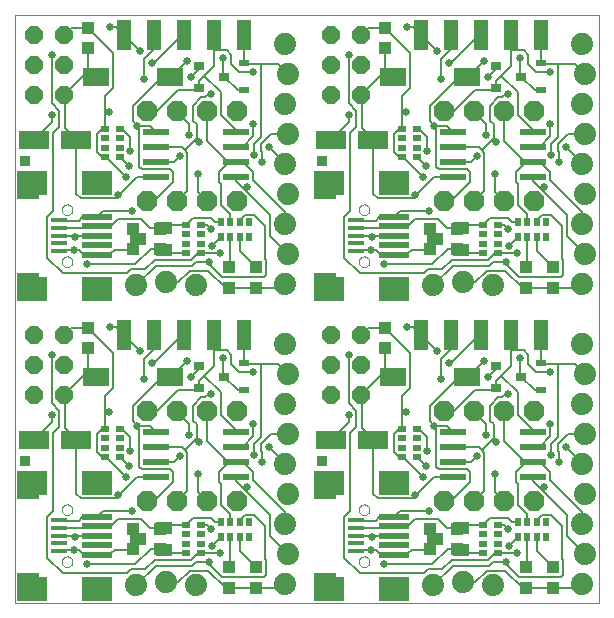
<source format=gtl>
G75*
%MOIN*%
%OFA0B0*%
%FSLAX24Y24*%
%IPPOS*%
%LPD*%
%AMOC8*
5,1,8,0,0,1.08239X$1,22.5*
%
%ADD10C,0.0000*%
%ADD11OC8,0.0680*%
%ADD12R,0.0500X0.1000*%
%ADD13C,0.0740*%
%ADD14R,0.0354X0.0315*%
%ADD15R,0.0327X0.0248*%
%ADD16R,0.0984X0.0197*%
%ADD17R,0.0984X0.0787*%
%ADD18R,0.0551X0.0138*%
%ADD19R,0.0748X0.0709*%
%ADD20R,0.0870X0.0240*%
%ADD21R,0.0551X0.0394*%
%ADD22R,0.0433X0.0394*%
%ADD23R,0.0400X0.0400*%
%ADD24R,0.0394X0.0433*%
%ADD25OC8,0.0600*%
%ADD26R,0.0256X0.0197*%
%ADD27R,0.0197X0.0256*%
%ADD28R,0.0906X0.0630*%
%ADD29R,0.1024X0.0630*%
%ADD30C,0.0080*%
%ADD31C,0.0260*%
%ADD32R,0.0356X0.0356*%
D10*
X000778Y000102D02*
X000778Y019723D01*
X020273Y019723D01*
X020273Y000102D01*
X000778Y000102D01*
X002351Y001485D02*
X002353Y001511D01*
X002359Y001537D01*
X002369Y001562D01*
X002382Y001585D01*
X002398Y001605D01*
X002418Y001623D01*
X002440Y001638D01*
X002463Y001650D01*
X002489Y001658D01*
X002515Y001662D01*
X002541Y001662D01*
X002567Y001658D01*
X002593Y001650D01*
X002617Y001638D01*
X002638Y001623D01*
X002658Y001605D01*
X002674Y001585D01*
X002687Y001562D01*
X002697Y001537D01*
X002703Y001511D01*
X002705Y001485D01*
X002703Y001459D01*
X002697Y001433D01*
X002687Y001408D01*
X002674Y001385D01*
X002658Y001365D01*
X002638Y001347D01*
X002616Y001332D01*
X002593Y001320D01*
X002567Y001312D01*
X002541Y001308D01*
X002515Y001308D01*
X002489Y001312D01*
X002463Y001320D01*
X002439Y001332D01*
X002418Y001347D01*
X002398Y001365D01*
X002382Y001385D01*
X002369Y001408D01*
X002359Y001433D01*
X002353Y001459D01*
X002351Y001485D01*
X002351Y003218D02*
X002353Y003244D01*
X002359Y003270D01*
X002369Y003295D01*
X002382Y003318D01*
X002398Y003338D01*
X002418Y003356D01*
X002440Y003371D01*
X002463Y003383D01*
X002489Y003391D01*
X002515Y003395D01*
X002541Y003395D01*
X002567Y003391D01*
X002593Y003383D01*
X002617Y003371D01*
X002638Y003356D01*
X002658Y003338D01*
X002674Y003318D01*
X002687Y003295D01*
X002697Y003270D01*
X002703Y003244D01*
X002705Y003218D01*
X002703Y003192D01*
X002697Y003166D01*
X002687Y003141D01*
X002674Y003118D01*
X002658Y003098D01*
X002638Y003080D01*
X002616Y003065D01*
X002593Y003053D01*
X002567Y003045D01*
X002541Y003041D01*
X002515Y003041D01*
X002489Y003045D01*
X002463Y003053D01*
X002439Y003065D01*
X002418Y003080D01*
X002398Y003098D01*
X002382Y003118D01*
X002369Y003141D01*
X002359Y003166D01*
X002353Y003192D01*
X002351Y003218D01*
X002351Y011485D02*
X002353Y011511D01*
X002359Y011537D01*
X002369Y011562D01*
X002382Y011585D01*
X002398Y011605D01*
X002418Y011623D01*
X002440Y011638D01*
X002463Y011650D01*
X002489Y011658D01*
X002515Y011662D01*
X002541Y011662D01*
X002567Y011658D01*
X002593Y011650D01*
X002617Y011638D01*
X002638Y011623D01*
X002658Y011605D01*
X002674Y011585D01*
X002687Y011562D01*
X002697Y011537D01*
X002703Y011511D01*
X002705Y011485D01*
X002703Y011459D01*
X002697Y011433D01*
X002687Y011408D01*
X002674Y011385D01*
X002658Y011365D01*
X002638Y011347D01*
X002616Y011332D01*
X002593Y011320D01*
X002567Y011312D01*
X002541Y011308D01*
X002515Y011308D01*
X002489Y011312D01*
X002463Y011320D01*
X002439Y011332D01*
X002418Y011347D01*
X002398Y011365D01*
X002382Y011385D01*
X002369Y011408D01*
X002359Y011433D01*
X002353Y011459D01*
X002351Y011485D01*
X002351Y013218D02*
X002353Y013244D01*
X002359Y013270D01*
X002369Y013295D01*
X002382Y013318D01*
X002398Y013338D01*
X002418Y013356D01*
X002440Y013371D01*
X002463Y013383D01*
X002489Y013391D01*
X002515Y013395D01*
X002541Y013395D01*
X002567Y013391D01*
X002593Y013383D01*
X002617Y013371D01*
X002638Y013356D01*
X002658Y013338D01*
X002674Y013318D01*
X002687Y013295D01*
X002697Y013270D01*
X002703Y013244D01*
X002705Y013218D01*
X002703Y013192D01*
X002697Y013166D01*
X002687Y013141D01*
X002674Y013118D01*
X002658Y013098D01*
X002638Y013080D01*
X002616Y013065D01*
X002593Y013053D01*
X002567Y013045D01*
X002541Y013041D01*
X002515Y013041D01*
X002489Y013045D01*
X002463Y013053D01*
X002439Y013065D01*
X002418Y013080D01*
X002398Y013098D01*
X002382Y013118D01*
X002369Y013141D01*
X002359Y013166D01*
X002353Y013192D01*
X002351Y013218D01*
X012251Y013218D02*
X012253Y013244D01*
X012259Y013270D01*
X012269Y013295D01*
X012282Y013318D01*
X012298Y013338D01*
X012318Y013356D01*
X012340Y013371D01*
X012363Y013383D01*
X012389Y013391D01*
X012415Y013395D01*
X012441Y013395D01*
X012467Y013391D01*
X012493Y013383D01*
X012517Y013371D01*
X012538Y013356D01*
X012558Y013338D01*
X012574Y013318D01*
X012587Y013295D01*
X012597Y013270D01*
X012603Y013244D01*
X012605Y013218D01*
X012603Y013192D01*
X012597Y013166D01*
X012587Y013141D01*
X012574Y013118D01*
X012558Y013098D01*
X012538Y013080D01*
X012516Y013065D01*
X012493Y013053D01*
X012467Y013045D01*
X012441Y013041D01*
X012415Y013041D01*
X012389Y013045D01*
X012363Y013053D01*
X012339Y013065D01*
X012318Y013080D01*
X012298Y013098D01*
X012282Y013118D01*
X012269Y013141D01*
X012259Y013166D01*
X012253Y013192D01*
X012251Y013218D01*
X012251Y011485D02*
X012253Y011511D01*
X012259Y011537D01*
X012269Y011562D01*
X012282Y011585D01*
X012298Y011605D01*
X012318Y011623D01*
X012340Y011638D01*
X012363Y011650D01*
X012389Y011658D01*
X012415Y011662D01*
X012441Y011662D01*
X012467Y011658D01*
X012493Y011650D01*
X012517Y011638D01*
X012538Y011623D01*
X012558Y011605D01*
X012574Y011585D01*
X012587Y011562D01*
X012597Y011537D01*
X012603Y011511D01*
X012605Y011485D01*
X012603Y011459D01*
X012597Y011433D01*
X012587Y011408D01*
X012574Y011385D01*
X012558Y011365D01*
X012538Y011347D01*
X012516Y011332D01*
X012493Y011320D01*
X012467Y011312D01*
X012441Y011308D01*
X012415Y011308D01*
X012389Y011312D01*
X012363Y011320D01*
X012339Y011332D01*
X012318Y011347D01*
X012298Y011365D01*
X012282Y011385D01*
X012269Y011408D01*
X012259Y011433D01*
X012253Y011459D01*
X012251Y011485D01*
X012251Y003218D02*
X012253Y003244D01*
X012259Y003270D01*
X012269Y003295D01*
X012282Y003318D01*
X012298Y003338D01*
X012318Y003356D01*
X012340Y003371D01*
X012363Y003383D01*
X012389Y003391D01*
X012415Y003395D01*
X012441Y003395D01*
X012467Y003391D01*
X012493Y003383D01*
X012517Y003371D01*
X012538Y003356D01*
X012558Y003338D01*
X012574Y003318D01*
X012587Y003295D01*
X012597Y003270D01*
X012603Y003244D01*
X012605Y003218D01*
X012603Y003192D01*
X012597Y003166D01*
X012587Y003141D01*
X012574Y003118D01*
X012558Y003098D01*
X012538Y003080D01*
X012516Y003065D01*
X012493Y003053D01*
X012467Y003045D01*
X012441Y003041D01*
X012415Y003041D01*
X012389Y003045D01*
X012363Y003053D01*
X012339Y003065D01*
X012318Y003080D01*
X012298Y003098D01*
X012282Y003118D01*
X012269Y003141D01*
X012259Y003166D01*
X012253Y003192D01*
X012251Y003218D01*
X012251Y001485D02*
X012253Y001511D01*
X012259Y001537D01*
X012269Y001562D01*
X012282Y001585D01*
X012298Y001605D01*
X012318Y001623D01*
X012340Y001638D01*
X012363Y001650D01*
X012389Y001658D01*
X012415Y001662D01*
X012441Y001662D01*
X012467Y001658D01*
X012493Y001650D01*
X012517Y001638D01*
X012538Y001623D01*
X012558Y001605D01*
X012574Y001585D01*
X012587Y001562D01*
X012597Y001537D01*
X012603Y001511D01*
X012605Y001485D01*
X012603Y001459D01*
X012597Y001433D01*
X012587Y001408D01*
X012574Y001385D01*
X012558Y001365D01*
X012538Y001347D01*
X012516Y001332D01*
X012493Y001320D01*
X012467Y001312D01*
X012441Y001308D01*
X012415Y001308D01*
X012389Y001312D01*
X012363Y001320D01*
X012339Y001332D01*
X012318Y001347D01*
X012298Y001365D01*
X012282Y001385D01*
X012269Y001408D01*
X012259Y001433D01*
X012253Y001459D01*
X012251Y001485D01*
D11*
X015083Y003500D03*
X016083Y003500D03*
X017083Y003500D03*
X018083Y003500D03*
X018083Y006500D03*
X017083Y006500D03*
X016083Y006500D03*
X015083Y006500D03*
X015083Y013500D03*
X016083Y013500D03*
X017083Y013500D03*
X018083Y013500D03*
X018083Y016500D03*
X017083Y016500D03*
X016083Y016500D03*
X015083Y016500D03*
X008183Y016500D03*
X007183Y016500D03*
X006183Y016500D03*
X005183Y016500D03*
X005183Y013500D03*
X006183Y013500D03*
X007183Y013500D03*
X008183Y013500D03*
X008183Y006500D03*
X007183Y006500D03*
X006183Y006500D03*
X005183Y006500D03*
X005183Y003500D03*
X006183Y003500D03*
X007183Y003500D03*
X008183Y003500D03*
D12*
X008428Y009052D03*
X007428Y009052D03*
X006428Y009052D03*
X005428Y009052D03*
X004428Y009052D03*
X004428Y019052D03*
X005428Y019052D03*
X006428Y019052D03*
X007428Y019052D03*
X008428Y019052D03*
X014328Y019052D03*
X015328Y019052D03*
X016328Y019052D03*
X017328Y019052D03*
X018328Y019052D03*
X018328Y009052D03*
X017328Y009052D03*
X016328Y009052D03*
X015328Y009052D03*
X014328Y009052D03*
D13*
X014728Y010702D03*
X015728Y010802D03*
X016728Y010702D03*
X019678Y010752D03*
X019778Y011752D03*
X019678Y012752D03*
X019778Y013752D03*
X019678Y014752D03*
X019778Y015752D03*
X019678Y016752D03*
X019778Y017752D03*
X019678Y018752D03*
X019678Y008752D03*
X019778Y007752D03*
X019678Y006752D03*
X019778Y005752D03*
X019678Y004752D03*
X019778Y003752D03*
X019678Y002752D03*
X019778Y001752D03*
X019678Y000752D03*
X016728Y000702D03*
X015728Y000802D03*
X014728Y000702D03*
X009878Y001752D03*
X009778Y000752D03*
X009778Y002752D03*
X009878Y003752D03*
X009778Y004752D03*
X009878Y005752D03*
X009778Y006752D03*
X009878Y007752D03*
X009778Y008752D03*
X009778Y010752D03*
X009878Y011752D03*
X009778Y012752D03*
X009878Y013752D03*
X009778Y014752D03*
X009878Y015752D03*
X009778Y016752D03*
X009878Y017752D03*
X009778Y018752D03*
X005828Y010802D03*
X006828Y010702D03*
X004828Y010702D03*
X005828Y000802D03*
X006828Y000702D03*
X004828Y000702D03*
D14*
X006934Y007278D03*
X006934Y008026D03*
X007761Y007652D03*
X006934Y017278D03*
X006934Y018026D03*
X007761Y017652D03*
X016834Y018026D03*
X016834Y017278D03*
X017661Y017652D03*
X016834Y008026D03*
X016834Y007278D03*
X017661Y007652D03*
D15*
X018328Y008104D03*
X018328Y007199D03*
X018328Y017199D03*
X018328Y018104D03*
X008428Y018104D03*
X008428Y017199D03*
X008428Y008104D03*
X008428Y007199D03*
D16*
X003512Y002981D03*
X003512Y002667D03*
X003512Y002352D03*
X003512Y002037D03*
X003512Y001722D03*
X003512Y011722D03*
X003512Y012037D03*
X003512Y012352D03*
X003512Y012667D03*
X003512Y012981D03*
X013412Y012981D03*
X013412Y012667D03*
X013412Y012352D03*
X013412Y012037D03*
X013412Y011722D03*
X013412Y002981D03*
X013412Y002667D03*
X013412Y002352D03*
X013412Y002037D03*
X013412Y001722D03*
D17*
X013412Y000580D03*
X011246Y000580D03*
X011246Y004123D03*
X013412Y004123D03*
X013412Y010580D03*
X011246Y010580D03*
X011246Y014123D03*
X013412Y014123D03*
X003512Y014123D03*
X001346Y014123D03*
X001346Y010580D03*
X003512Y010580D03*
X003512Y004123D03*
X001346Y004123D03*
X001346Y000580D03*
X003512Y000580D03*
D18*
X002271Y001840D03*
X002271Y002096D03*
X002271Y002352D03*
X002271Y002607D03*
X002271Y002863D03*
X002271Y011840D03*
X002271Y012096D03*
X002271Y012352D03*
X002271Y012607D03*
X002271Y012863D03*
X012171Y012863D03*
X012171Y012607D03*
X012171Y012352D03*
X012171Y012096D03*
X012171Y011840D03*
X012171Y002863D03*
X012171Y002607D03*
X012171Y002352D03*
X012171Y002096D03*
X012171Y001840D03*
D19*
X011128Y000777D03*
X011128Y003926D03*
X011128Y010777D03*
X011128Y013926D03*
X001228Y013926D03*
X001228Y010777D03*
X001228Y003926D03*
X001228Y000777D03*
D20*
X005498Y004302D03*
X005498Y004802D03*
X005498Y005302D03*
X005498Y005802D03*
X008148Y005802D03*
X008148Y005302D03*
X008148Y004802D03*
X008148Y004302D03*
X015398Y004302D03*
X015398Y004802D03*
X015398Y005302D03*
X015398Y005802D03*
X018048Y005802D03*
X018048Y005302D03*
X018048Y004802D03*
X018048Y004302D03*
X018048Y014302D03*
X018048Y014802D03*
X018048Y015302D03*
X018048Y015802D03*
X015398Y015802D03*
X015398Y015302D03*
X015398Y014802D03*
X015398Y014302D03*
X008148Y014302D03*
X008148Y014802D03*
X008148Y015302D03*
X008148Y015802D03*
X005498Y015802D03*
X005498Y015302D03*
X005498Y014802D03*
X005498Y014302D03*
D21*
X005761Y012626D03*
X005761Y011878D03*
X004894Y012252D03*
X005761Y002626D03*
X005761Y001878D03*
X004894Y002252D03*
X014794Y002252D03*
X015661Y002626D03*
X015661Y001878D03*
X015661Y011878D03*
X015661Y012626D03*
X014794Y012252D03*
D22*
X014628Y011917D03*
X014628Y012586D03*
X015528Y012586D03*
X015528Y011917D03*
X015528Y002586D03*
X015528Y001917D03*
X014628Y001917D03*
X014628Y002586D03*
X005628Y002586D03*
X005628Y001917D03*
X004728Y001917D03*
X004728Y002586D03*
X004728Y011917D03*
X004728Y012586D03*
X005628Y012586D03*
X005628Y011917D03*
D23*
X007928Y011302D03*
X007928Y010602D03*
X008828Y010602D03*
X008828Y011302D03*
X017828Y011302D03*
X017828Y010602D03*
X018728Y010602D03*
X018728Y011302D03*
X018728Y001302D03*
X018728Y000602D03*
X017828Y000602D03*
X017828Y001302D03*
X008828Y001302D03*
X008828Y000602D03*
X007928Y000602D03*
X007928Y001302D03*
D24*
X003228Y008617D03*
X003228Y009286D03*
X003228Y018617D03*
X003228Y019286D03*
X013128Y019286D03*
X013128Y018617D03*
X013128Y009286D03*
X013128Y008617D03*
D25*
X012328Y009052D03*
X012328Y008052D03*
X012328Y007052D03*
X011328Y007052D03*
X011328Y008052D03*
X011328Y009052D03*
X011328Y017052D03*
X011328Y018052D03*
X011328Y019052D03*
X012328Y019052D03*
X012328Y018052D03*
X012328Y017052D03*
X002428Y017052D03*
X002428Y018052D03*
X002428Y019052D03*
X001428Y019052D03*
X001428Y018052D03*
X001428Y017052D03*
X001428Y009052D03*
X002428Y009052D03*
X002428Y008052D03*
X002428Y007052D03*
X001428Y007052D03*
X001428Y008052D03*
D26*
X003781Y005924D03*
X003781Y005609D03*
X003781Y005294D03*
X003781Y004979D03*
X004274Y004979D03*
X004274Y005294D03*
X004274Y005609D03*
X004274Y005924D03*
X006481Y002724D03*
X006481Y002409D03*
X006481Y002094D03*
X006481Y001779D03*
X006974Y001779D03*
X006974Y002094D03*
X006974Y002409D03*
X006974Y002724D03*
X013681Y004979D03*
X013681Y005294D03*
X013681Y005609D03*
X013681Y005924D03*
X014174Y005924D03*
X014174Y005609D03*
X014174Y005294D03*
X014174Y004979D03*
X016381Y002724D03*
X016381Y002409D03*
X016381Y002094D03*
X016381Y001779D03*
X016874Y001779D03*
X016874Y002094D03*
X016874Y002409D03*
X016874Y002724D03*
X016874Y011779D03*
X016874Y012094D03*
X016874Y012409D03*
X016874Y012724D03*
X016381Y012724D03*
X016381Y012409D03*
X016381Y012094D03*
X016381Y011779D03*
X014174Y014979D03*
X014174Y015294D03*
X014174Y015609D03*
X014174Y015924D03*
X013681Y015924D03*
X013681Y015609D03*
X013681Y015294D03*
X013681Y014979D03*
X006974Y012724D03*
X006974Y012409D03*
X006974Y012094D03*
X006974Y011779D03*
X006481Y011779D03*
X006481Y012094D03*
X006481Y012409D03*
X006481Y012724D03*
X004274Y014979D03*
X004274Y015294D03*
X004274Y015609D03*
X004274Y015924D03*
X003781Y015924D03*
X003781Y015609D03*
X003781Y015294D03*
X003781Y014979D03*
D27*
X007655Y012798D03*
X007970Y012798D03*
X008285Y012798D03*
X008600Y012798D03*
X008600Y012306D03*
X008285Y012306D03*
X007970Y012306D03*
X007655Y012306D03*
X007655Y002798D03*
X007970Y002798D03*
X008285Y002798D03*
X008600Y002798D03*
X008600Y002306D03*
X008285Y002306D03*
X007970Y002306D03*
X007655Y002306D03*
X017555Y002306D03*
X017870Y002306D03*
X018185Y002306D03*
X018500Y002306D03*
X018500Y002798D03*
X018185Y002798D03*
X017870Y002798D03*
X017555Y002798D03*
X017555Y012306D03*
X017870Y012306D03*
X018185Y012306D03*
X018500Y012306D03*
X018500Y012798D03*
X018185Y012798D03*
X017870Y012798D03*
X017555Y012798D03*
D28*
X015868Y017652D03*
X013387Y017652D03*
X005968Y017652D03*
X003487Y017652D03*
X003487Y007652D03*
X005968Y007652D03*
X013387Y007652D03*
X015868Y007652D03*
D29*
X012736Y005552D03*
X011319Y005552D03*
X002836Y005552D03*
X001419Y005552D03*
X001419Y015552D03*
X002836Y015552D03*
X011319Y015552D03*
X012736Y015552D03*
D30*
X012718Y015582D01*
X012348Y015952D01*
X012348Y017022D01*
X012328Y017052D01*
X013128Y017852D01*
X013387Y017652D01*
X013378Y017652D01*
X013128Y017902D01*
X013128Y018617D01*
X013148Y019252D02*
X013128Y019286D01*
X013128Y019282D01*
X012558Y019282D01*
X012328Y019052D01*
X011908Y018372D02*
X011908Y016762D01*
X012168Y016502D01*
X012168Y015982D01*
X011958Y015772D01*
X011958Y013172D01*
X011768Y012982D01*
X011768Y011622D01*
X012278Y011112D01*
X014438Y011112D01*
X014568Y011242D01*
X015038Y011242D01*
X015348Y011552D01*
X016558Y011552D01*
X016778Y011772D01*
X016838Y011772D01*
X016874Y011779D01*
X016878Y011772D01*
X017148Y011772D01*
X017158Y011762D01*
X017518Y011762D01*
X017538Y011782D01*
X017268Y012022D02*
X017548Y012302D01*
X017555Y012306D01*
X017868Y012302D02*
X017870Y012306D01*
X017868Y012302D02*
X017868Y011342D01*
X017828Y011302D01*
X017578Y010982D02*
X017098Y011462D01*
X017168Y011492D01*
X016728Y011492D01*
X016588Y011352D01*
X015378Y011352D01*
X014728Y010702D01*
X014698Y011402D02*
X013088Y011402D01*
X012948Y011732D02*
X012818Y011862D01*
X012668Y011862D01*
X012348Y011862D01*
X012328Y011842D01*
X012178Y011842D01*
X012171Y011840D01*
X012171Y012352D02*
X012698Y012352D01*
X012698Y012322D01*
X012698Y012352D02*
X013412Y012352D01*
X013358Y012612D02*
X013408Y012662D01*
X013412Y012667D01*
X013448Y012682D01*
X013878Y012682D01*
X014108Y012912D01*
X014888Y012912D01*
X015188Y012612D01*
X015498Y012612D01*
X015528Y012586D01*
X015528Y012592D01*
X015638Y012592D01*
X015661Y012626D01*
X015668Y012632D01*
X015758Y012722D01*
X016378Y012722D01*
X016381Y012724D01*
X016418Y012742D01*
X016628Y012952D01*
X017208Y012952D01*
X017358Y012802D01*
X017548Y012802D01*
X017555Y012798D01*
X017868Y012802D02*
X017868Y013062D01*
X017548Y013382D01*
X017548Y014072D01*
X017488Y014132D01*
X017488Y014472D01*
X017818Y014802D01*
X018048Y014802D01*
X018278Y014802D01*
X018608Y014472D01*
X018608Y014222D01*
X019678Y013152D01*
X019678Y012752D01*
X019188Y013052D02*
X019188Y012342D01*
X019778Y011752D01*
X019048Y011552D02*
X019048Y011052D01*
X018978Y010982D01*
X017578Y010982D01*
X017708Y010622D02*
X017798Y010622D01*
X017828Y010602D01*
X018728Y010602D01*
X018758Y010622D01*
X019548Y010622D01*
X019678Y010752D01*
X019048Y011552D02*
X019028Y011572D01*
X019028Y012672D01*
X018648Y013052D01*
X018358Y013052D01*
X018188Y012882D01*
X018188Y012802D01*
X018185Y012798D01*
X017870Y012798D02*
X017868Y012802D01*
X018185Y012306D02*
X018188Y012302D01*
X018188Y011842D01*
X018728Y011302D01*
X017708Y010622D02*
X017138Y011192D01*
X016518Y011192D01*
X016128Y010802D01*
X015728Y010802D01*
X015758Y011782D02*
X015668Y011872D01*
X015528Y011917D01*
X015658Y011882D01*
X015661Y011878D01*
X015488Y011912D01*
X015208Y011912D01*
X014698Y011402D01*
X014598Y011892D02*
X014628Y011917D01*
X014628Y012092D01*
X014788Y012252D01*
X014794Y012252D01*
X014628Y012142D01*
X014628Y012586D01*
X014598Y013172D02*
X013608Y013172D01*
X013418Y012982D01*
X013412Y012981D01*
X013378Y012962D01*
X012938Y012962D01*
X012818Y012842D01*
X012348Y012842D01*
X012328Y012862D01*
X012178Y012862D01*
X012171Y012863D01*
X012178Y012612D02*
X012171Y012607D01*
X012178Y012612D02*
X013358Y012612D01*
X014028Y011892D02*
X013898Y011762D01*
X013438Y011762D01*
X013412Y011722D01*
X013408Y011732D01*
X012948Y011732D01*
X014028Y011892D02*
X014598Y011892D01*
X015758Y011782D02*
X016378Y011782D01*
X016381Y011779D01*
X016878Y012722D02*
X016874Y012724D01*
X016878Y012722D02*
X017078Y012722D01*
X017228Y012572D01*
X017083Y013500D02*
X017078Y013502D01*
X016778Y013802D01*
X016778Y014402D01*
X016438Y013852D02*
X016088Y013502D01*
X016083Y013500D01*
X016438Y013852D02*
X016438Y015112D01*
X016343Y015207D01*
X016713Y015577D01*
X016828Y015462D01*
X016713Y015577D02*
X016748Y015612D01*
X016748Y016062D01*
X016618Y016192D01*
X016618Y016692D01*
X016888Y016962D01*
X017028Y016962D01*
X017148Y017082D01*
X017238Y017082D01*
X017548Y017142D02*
X017003Y017687D01*
X016838Y017522D01*
X016838Y017282D01*
X016834Y017278D01*
X016798Y017262D01*
X016748Y017212D01*
X016138Y017212D01*
X015428Y016502D01*
X015088Y016502D01*
X015083Y016500D01*
X015178Y016022D02*
X014748Y016022D01*
X014838Y015992D01*
X014838Y014632D01*
X014908Y014562D01*
X015868Y014562D01*
X015958Y014472D01*
X015958Y014132D01*
X015328Y013502D01*
X015088Y013502D01*
X015083Y013500D01*
X015398Y014302D02*
X014758Y014302D01*
X014153Y013697D01*
X014128Y013722D01*
X014153Y013697D02*
X014058Y013602D01*
X012878Y013602D01*
X012738Y013742D01*
X012738Y015552D01*
X012736Y015552D01*
X013428Y015752D02*
X013428Y015152D01*
X013598Y014982D01*
X013678Y014982D01*
X013681Y014979D01*
X013718Y014972D01*
X014388Y014302D01*
X014488Y014662D02*
X014178Y014972D01*
X014174Y014979D01*
X014528Y015182D02*
X014528Y015652D01*
X014258Y015922D01*
X014178Y015922D01*
X014174Y015924D01*
X013688Y015962D02*
X013688Y016482D01*
X013808Y016482D01*
X013688Y016482D02*
X013688Y017012D01*
X013968Y017292D01*
X013968Y018432D01*
X013148Y019252D01*
X013858Y019312D02*
X014058Y019312D01*
X014298Y019072D01*
X014328Y019052D01*
X014858Y018522D01*
X014998Y018232D02*
X014998Y017592D01*
X015258Y018122D02*
X015318Y018122D01*
X016248Y019052D01*
X016328Y019052D01*
X016428Y018182D02*
X015908Y017662D01*
X015868Y017652D01*
X015578Y017652D01*
X014618Y016692D01*
X014618Y016162D01*
X014728Y016052D01*
X014748Y016022D01*
X015178Y016022D02*
X015398Y015802D01*
X015398Y015302D02*
X016248Y015302D01*
X016343Y015207D01*
X016178Y015002D02*
X015978Y014802D01*
X015398Y014802D01*
X016488Y015722D02*
X016488Y016092D01*
X016088Y016492D01*
X016083Y016500D01*
X017083Y016500D02*
X017088Y016492D01*
X017088Y015522D01*
X017788Y014822D01*
X018048Y014802D01*
X018048Y015302D02*
X018278Y015302D01*
X018638Y015662D01*
X018638Y016082D01*
X018898Y015642D02*
X018668Y015412D01*
X018668Y015052D01*
X018898Y015192D02*
X018898Y015412D01*
X019238Y015752D01*
X019778Y015752D01*
X019158Y015302D02*
X019678Y014782D01*
X019678Y014752D01*
X018928Y014802D02*
X018928Y015162D01*
X018898Y015192D01*
X018898Y015642D02*
X018898Y018082D01*
X018358Y018082D01*
X018328Y018104D01*
X018328Y019052D01*
X017748Y018532D02*
X017328Y018532D01*
X017328Y018012D01*
X017003Y017687D01*
X016828Y017922D02*
X016558Y017652D01*
X016828Y017922D02*
X016828Y018022D01*
X016834Y018026D01*
X017328Y018532D02*
X017328Y019052D01*
X017748Y018532D02*
X017898Y018382D01*
X017898Y018072D01*
X018158Y017812D01*
X018638Y017812D01*
X018898Y018082D02*
X019448Y018082D01*
X019778Y017752D01*
X018328Y017202D02*
X018328Y017199D01*
X018328Y017202D02*
X018118Y017202D01*
X017668Y017652D01*
X017661Y017652D01*
X017638Y017682D01*
X017638Y018272D01*
X017548Y017142D02*
X017548Y016382D01*
X018048Y015882D01*
X018048Y015802D01*
X018048Y014302D02*
X018048Y014192D01*
X018353Y013887D01*
X018418Y013952D01*
X018418Y013962D01*
X018353Y013887D02*
X019188Y013052D01*
X018328Y009052D02*
X018328Y008104D01*
X018358Y008082D01*
X018898Y008082D01*
X018898Y005642D01*
X018668Y005412D01*
X018668Y005052D01*
X018898Y005192D02*
X018928Y005162D01*
X018928Y004802D01*
X018898Y005192D02*
X018898Y005412D01*
X019238Y005752D01*
X019778Y005752D01*
X019158Y005302D02*
X019678Y004782D01*
X019678Y004752D01*
X018608Y004472D02*
X018608Y004222D01*
X019678Y003152D01*
X019678Y002752D01*
X019188Y003052D02*
X019188Y002342D01*
X019778Y001752D01*
X019048Y001552D02*
X019048Y001052D01*
X018978Y000982D01*
X017578Y000982D01*
X017098Y001462D01*
X017168Y001492D01*
X016728Y001492D01*
X016588Y001352D01*
X015378Y001352D01*
X014728Y000702D01*
X014438Y001112D02*
X014568Y001242D01*
X015038Y001242D01*
X015348Y001552D01*
X016558Y001552D01*
X016778Y001772D01*
X016838Y001772D01*
X016874Y001779D01*
X016878Y001772D01*
X017148Y001772D01*
X017158Y001762D01*
X017518Y001762D01*
X017538Y001782D01*
X017268Y002022D02*
X017548Y002302D01*
X017555Y002306D01*
X017868Y002302D02*
X017870Y002306D01*
X017868Y002302D02*
X017868Y001342D01*
X017828Y001302D01*
X018188Y001842D02*
X018728Y001302D01*
X019028Y001572D02*
X019048Y001552D01*
X019028Y001572D02*
X019028Y002672D01*
X018648Y003052D01*
X018358Y003052D01*
X018188Y002882D01*
X018188Y002802D01*
X018185Y002798D01*
X017870Y002798D02*
X017868Y002802D01*
X017868Y003062D01*
X017548Y003382D01*
X017548Y004072D01*
X017488Y004132D01*
X017488Y004472D01*
X017818Y004802D01*
X018048Y004802D01*
X018278Y004802D01*
X018608Y004472D01*
X018418Y003962D02*
X018418Y003952D01*
X018353Y003887D01*
X018048Y004192D01*
X018048Y004302D01*
X018048Y004802D02*
X017788Y004822D01*
X017088Y005522D01*
X017088Y006492D01*
X017083Y006500D01*
X016748Y006062D02*
X016748Y005612D01*
X016713Y005577D01*
X016828Y005462D01*
X016713Y005577D02*
X016343Y005207D01*
X016248Y005302D01*
X015398Y005302D01*
X015398Y005802D02*
X015178Y006022D01*
X014748Y006022D01*
X014838Y005992D01*
X014838Y004632D01*
X014908Y004562D01*
X015868Y004562D01*
X015958Y004472D01*
X015958Y004132D01*
X015328Y003502D01*
X015088Y003502D01*
X015083Y003500D01*
X014598Y003172D02*
X013608Y003172D01*
X013418Y002982D01*
X013412Y002981D01*
X013378Y002962D01*
X012938Y002962D01*
X012818Y002842D01*
X012348Y002842D01*
X012328Y002862D01*
X012178Y002862D01*
X012171Y002863D01*
X012178Y002612D02*
X012171Y002607D01*
X012178Y002612D02*
X013358Y002612D01*
X013408Y002662D01*
X013412Y002667D01*
X013448Y002682D01*
X013878Y002682D01*
X014108Y002912D01*
X014888Y002912D01*
X015188Y002612D01*
X015498Y002612D01*
X015528Y002586D01*
X015528Y002592D01*
X015638Y002592D01*
X015661Y002626D01*
X015668Y002632D01*
X015758Y002722D01*
X016378Y002722D01*
X016381Y002724D01*
X016418Y002742D01*
X016628Y002952D01*
X017208Y002952D01*
X017358Y002802D01*
X017548Y002802D01*
X017555Y002798D01*
X017228Y002572D02*
X017078Y002722D01*
X016878Y002722D01*
X016874Y002724D01*
X017083Y003500D02*
X017078Y003502D01*
X016778Y003802D01*
X016778Y004402D01*
X016438Y003852D02*
X016088Y003502D01*
X016083Y003500D01*
X016438Y003852D02*
X016438Y005112D01*
X016343Y005207D01*
X016178Y005002D02*
X015978Y004802D01*
X015398Y004802D01*
X015398Y004302D02*
X014758Y004302D01*
X014153Y003697D01*
X014128Y003722D01*
X014153Y003697D02*
X014058Y003602D01*
X012878Y003602D01*
X012738Y003742D01*
X012738Y005552D01*
X012736Y005552D01*
X012718Y005582D01*
X012348Y005952D01*
X012348Y007022D01*
X012328Y007052D01*
X013128Y007852D01*
X013387Y007652D01*
X013378Y007652D01*
X013128Y007902D01*
X013128Y008617D01*
X013148Y009252D02*
X013128Y009286D01*
X013128Y009282D01*
X012558Y009282D01*
X012328Y009052D01*
X011908Y008372D02*
X011908Y006762D01*
X012168Y006502D01*
X012168Y005982D01*
X011958Y005772D01*
X011958Y003172D01*
X011768Y002982D01*
X011768Y001622D01*
X012278Y001112D01*
X014438Y001112D01*
X014698Y001402D02*
X013088Y001402D01*
X012948Y001732D02*
X013408Y001732D01*
X013412Y001722D01*
X013438Y001762D01*
X013898Y001762D01*
X014028Y001892D01*
X014598Y001892D01*
X014628Y001917D01*
X014628Y002092D01*
X014788Y002252D01*
X014794Y002252D01*
X014628Y002142D01*
X014628Y002586D01*
X015208Y001912D02*
X014698Y001402D01*
X015208Y001912D02*
X015488Y001912D01*
X015661Y001878D01*
X015658Y001882D01*
X015528Y001917D01*
X015668Y001872D01*
X015758Y001782D01*
X016378Y001782D01*
X016381Y001779D01*
X016518Y001192D02*
X017138Y001192D01*
X017708Y000622D01*
X017798Y000622D01*
X017828Y000602D01*
X018728Y000602D01*
X018758Y000622D01*
X019548Y000622D01*
X019678Y000752D01*
X018188Y001842D02*
X018188Y002302D01*
X018185Y002306D01*
X019188Y003052D02*
X018353Y003887D01*
X018278Y005302D02*
X018048Y005302D01*
X018278Y005302D02*
X018638Y005662D01*
X018638Y006082D01*
X018048Y005882D02*
X018048Y005802D01*
X018048Y005882D02*
X017548Y006382D01*
X017548Y007142D01*
X017003Y007687D01*
X016838Y007522D01*
X016838Y007282D01*
X016834Y007278D01*
X016798Y007262D01*
X016748Y007212D01*
X016138Y007212D01*
X015428Y006502D01*
X015088Y006502D01*
X015083Y006500D01*
X014618Y006692D02*
X014618Y006162D01*
X014728Y006052D01*
X014748Y006022D01*
X014528Y005652D02*
X014528Y005182D01*
X014178Y004972D02*
X014174Y004979D01*
X014178Y004972D02*
X014488Y004662D01*
X014388Y004302D02*
X013718Y004972D01*
X013681Y004979D01*
X013678Y004982D01*
X013598Y004982D01*
X013428Y005152D01*
X013428Y005752D01*
X013598Y005922D01*
X013678Y005922D01*
X013681Y005924D01*
X013688Y005962D01*
X013688Y006482D01*
X013808Y006482D01*
X013688Y006482D02*
X013688Y007012D01*
X013968Y007292D01*
X013968Y008432D01*
X013148Y009252D01*
X013858Y009312D02*
X014058Y009312D01*
X014298Y009072D01*
X014328Y009052D01*
X014858Y008522D01*
X014998Y008232D02*
X014998Y007592D01*
X015578Y007652D02*
X014618Y006692D01*
X014258Y005922D02*
X014528Y005652D01*
X014258Y005922D02*
X014178Y005922D01*
X014174Y005924D01*
X015578Y007652D02*
X015868Y007652D01*
X015908Y007662D01*
X016428Y008182D01*
X016828Y008022D02*
X016834Y008026D01*
X016828Y008022D02*
X016828Y007922D01*
X016558Y007652D01*
X017003Y007687D02*
X017328Y008012D01*
X017328Y008532D01*
X017748Y008532D01*
X017898Y008382D01*
X017898Y008072D01*
X018158Y007812D01*
X018638Y007812D01*
X018898Y008082D02*
X019448Y008082D01*
X019778Y007752D01*
X018328Y007202D02*
X018328Y007199D01*
X018328Y007202D02*
X018118Y007202D01*
X017668Y007652D01*
X017661Y007652D01*
X017638Y007682D01*
X017638Y008272D01*
X017328Y008532D02*
X017328Y009052D01*
X016328Y009052D02*
X016248Y009052D01*
X015318Y008122D01*
X015258Y008122D01*
X014998Y008232D02*
X015328Y008562D01*
X015328Y009052D01*
X016888Y006962D02*
X016618Y006692D01*
X016618Y006192D01*
X016748Y006062D01*
X016488Y006092D02*
X016488Y005722D01*
X016488Y006092D02*
X016088Y006492D01*
X016083Y006500D01*
X016888Y006962D02*
X017028Y006962D01*
X017148Y007082D01*
X017238Y007082D01*
X013412Y002352D02*
X012698Y002352D01*
X012698Y002322D01*
X012698Y002352D02*
X012171Y002352D01*
X012178Y001842D02*
X012171Y001840D01*
X012178Y001842D02*
X012328Y001842D01*
X012348Y001862D01*
X012668Y001862D01*
X012818Y001862D01*
X012948Y001732D01*
X015728Y000802D02*
X016128Y000802D01*
X016518Y001192D01*
X011908Y006132D02*
X011908Y006392D01*
X011908Y006132D02*
X011328Y005552D01*
X011319Y005552D01*
X009878Y005752D02*
X009338Y005752D01*
X008998Y005412D01*
X008998Y005192D01*
X009028Y005162D01*
X009028Y004802D01*
X008768Y005052D02*
X008768Y005412D01*
X008998Y005642D01*
X008998Y008082D01*
X008458Y008082D01*
X008428Y008104D01*
X008428Y009052D01*
X007848Y008532D02*
X007998Y008382D01*
X007998Y008072D01*
X008258Y007812D01*
X008738Y007812D01*
X008998Y008082D02*
X009548Y008082D01*
X009878Y007752D01*
X008428Y007202D02*
X008428Y007199D01*
X008428Y007202D02*
X008218Y007202D01*
X007768Y007652D01*
X007761Y007652D01*
X007738Y007682D01*
X007738Y008272D01*
X007428Y008532D02*
X007428Y008012D01*
X007103Y007687D01*
X007648Y007142D01*
X007648Y006382D01*
X008148Y005882D01*
X008148Y005802D01*
X008148Y005302D02*
X008378Y005302D01*
X008738Y005662D01*
X008738Y006082D01*
X009258Y005302D02*
X009778Y004782D01*
X009778Y004752D01*
X008708Y004472D02*
X008708Y004222D01*
X009778Y003152D01*
X009778Y002752D01*
X009288Y003052D02*
X009288Y002342D01*
X009878Y001752D01*
X009148Y001552D02*
X009148Y001052D01*
X009078Y000982D01*
X007678Y000982D01*
X007198Y001462D01*
X007268Y001492D01*
X006828Y001492D01*
X006688Y001352D01*
X005478Y001352D01*
X004828Y000702D01*
X004538Y001112D02*
X004668Y001242D01*
X005138Y001242D01*
X005448Y001552D01*
X006658Y001552D01*
X006878Y001772D01*
X006938Y001772D01*
X006974Y001779D01*
X006978Y001772D01*
X007248Y001772D01*
X007258Y001762D01*
X007618Y001762D01*
X007638Y001782D01*
X007368Y002022D02*
X007648Y002302D01*
X007655Y002306D01*
X007968Y002302D02*
X007970Y002306D01*
X007968Y002302D02*
X007968Y001342D01*
X007928Y001302D01*
X008288Y001842D02*
X008828Y001302D01*
X009128Y001572D02*
X009148Y001552D01*
X009128Y001572D02*
X009128Y002672D01*
X008748Y003052D01*
X008458Y003052D01*
X008288Y002882D01*
X008288Y002802D01*
X008285Y002798D01*
X007970Y002798D02*
X007968Y002802D01*
X007968Y003062D01*
X007648Y003382D01*
X007648Y004072D01*
X007588Y004132D01*
X007588Y004472D01*
X007918Y004802D01*
X008148Y004802D01*
X008378Y004802D01*
X008708Y004472D01*
X008518Y003962D02*
X008518Y003952D01*
X008453Y003887D01*
X008148Y004192D01*
X008148Y004302D01*
X008148Y004802D02*
X007888Y004822D01*
X007188Y005522D01*
X007188Y006492D01*
X007183Y006500D01*
X006848Y006062D02*
X006848Y005612D01*
X006813Y005577D01*
X006928Y005462D01*
X006813Y005577D02*
X006443Y005207D01*
X006348Y005302D01*
X005498Y005302D01*
X005498Y005802D02*
X005278Y006022D01*
X004848Y006022D01*
X004938Y005992D01*
X004938Y004632D01*
X005008Y004562D01*
X005968Y004562D01*
X006058Y004472D01*
X006058Y004132D01*
X005428Y003502D01*
X005188Y003502D01*
X005183Y003500D01*
X004698Y003172D02*
X003708Y003172D01*
X003518Y002982D01*
X003512Y002981D01*
X003478Y002962D01*
X003038Y002962D01*
X002918Y002842D01*
X002448Y002842D01*
X002428Y002862D01*
X002278Y002862D01*
X002271Y002863D01*
X002278Y002612D02*
X002271Y002607D01*
X002278Y002612D02*
X003458Y002612D01*
X003508Y002662D01*
X003512Y002667D01*
X003548Y002682D01*
X003978Y002682D01*
X004208Y002912D01*
X004988Y002912D01*
X005288Y002612D01*
X005598Y002612D01*
X005628Y002586D01*
X005628Y002592D01*
X005738Y002592D01*
X005761Y002626D01*
X005768Y002632D01*
X005858Y002722D01*
X006478Y002722D01*
X006481Y002724D01*
X006518Y002742D01*
X006728Y002952D01*
X007308Y002952D01*
X007458Y002802D01*
X007648Y002802D01*
X007655Y002798D01*
X007328Y002572D02*
X007178Y002722D01*
X006978Y002722D01*
X006974Y002724D01*
X007183Y003500D02*
X007178Y003502D01*
X006878Y003802D01*
X006878Y004402D01*
X006538Y003852D02*
X006188Y003502D01*
X006183Y003500D01*
X006538Y003852D02*
X006538Y005112D01*
X006443Y005207D01*
X006278Y005002D02*
X006078Y004802D01*
X005498Y004802D01*
X005498Y004302D02*
X004858Y004302D01*
X004253Y003697D01*
X004228Y003722D01*
X004253Y003697D02*
X004158Y003602D01*
X002978Y003602D01*
X002838Y003742D01*
X002838Y005552D01*
X002836Y005552D01*
X002818Y005582D01*
X002448Y005952D01*
X002448Y007022D01*
X002428Y007052D01*
X003228Y007852D01*
X003487Y007652D01*
X003478Y007652D01*
X003228Y007902D01*
X003228Y008617D01*
X003248Y009252D02*
X003228Y009286D01*
X003228Y009282D01*
X002658Y009282D01*
X002428Y009052D01*
X002008Y008372D02*
X002008Y006762D01*
X002268Y006502D01*
X002268Y005982D01*
X002058Y005772D01*
X002058Y003172D01*
X001868Y002982D01*
X001868Y001622D01*
X002378Y001112D01*
X004538Y001112D01*
X004798Y001402D02*
X003188Y001402D01*
X003048Y001732D02*
X003508Y001732D01*
X003512Y001722D01*
X003538Y001762D01*
X003998Y001762D01*
X004128Y001892D01*
X004698Y001892D01*
X004728Y001917D01*
X004728Y002092D01*
X004888Y002252D01*
X004894Y002252D01*
X004728Y002142D01*
X004728Y002586D01*
X005308Y001912D02*
X004798Y001402D01*
X005308Y001912D02*
X005588Y001912D01*
X005761Y001878D01*
X005758Y001882D01*
X005628Y001917D01*
X005768Y001872D01*
X005858Y001782D01*
X006478Y001782D01*
X006481Y001779D01*
X006618Y001192D02*
X007238Y001192D01*
X007808Y000622D01*
X007898Y000622D01*
X007928Y000602D01*
X008828Y000602D01*
X008858Y000622D01*
X009648Y000622D01*
X009778Y000752D01*
X008288Y001842D02*
X008288Y002302D01*
X008285Y002306D01*
X009288Y003052D02*
X008453Y003887D01*
X006588Y005722D02*
X006588Y006092D01*
X006188Y006492D01*
X006183Y006500D01*
X006718Y006692D02*
X006718Y006192D01*
X006848Y006062D01*
X006718Y006692D02*
X006988Y006962D01*
X007128Y006962D01*
X007248Y007082D01*
X007338Y007082D01*
X006938Y007282D02*
X006934Y007278D01*
X006898Y007262D01*
X006848Y007212D01*
X006238Y007212D01*
X005528Y006502D01*
X005188Y006502D01*
X005183Y006500D01*
X004718Y006692D02*
X004718Y006162D01*
X004828Y006052D01*
X004848Y006022D01*
X004628Y005652D02*
X004628Y005182D01*
X004278Y004972D02*
X004274Y004979D01*
X004278Y004972D02*
X004588Y004662D01*
X004488Y004302D02*
X003818Y004972D01*
X003781Y004979D01*
X003778Y004982D01*
X003698Y004982D01*
X003528Y005152D01*
X003528Y005752D01*
X003698Y005922D01*
X003778Y005922D01*
X003781Y005924D01*
X003788Y005962D01*
X003788Y006482D01*
X003908Y006482D01*
X003788Y006482D02*
X003788Y007012D01*
X004068Y007292D01*
X004068Y008432D01*
X003248Y009252D01*
X003958Y009312D02*
X004158Y009312D01*
X004398Y009072D01*
X004428Y009052D01*
X004958Y008522D01*
X005098Y008232D02*
X005098Y007592D01*
X005678Y007652D02*
X004718Y006692D01*
X004358Y005922D02*
X004278Y005922D01*
X004274Y005924D01*
X004358Y005922D02*
X004628Y005652D01*
X005678Y007652D02*
X005968Y007652D01*
X006008Y007662D01*
X006528Y008182D01*
X006928Y008022D02*
X006934Y008026D01*
X006928Y008022D02*
X006928Y007922D01*
X006658Y007652D01*
X006938Y007522D02*
X006938Y007282D01*
X006938Y007522D02*
X007103Y007687D01*
X007428Y008532D02*
X007848Y008532D01*
X007428Y008532D02*
X007428Y009052D01*
X006428Y009052D02*
X006348Y009052D01*
X005418Y008122D01*
X005358Y008122D01*
X005098Y008232D02*
X005428Y008562D01*
X005428Y009052D01*
X004828Y010702D02*
X005478Y011352D01*
X006688Y011352D01*
X006828Y011492D01*
X007268Y011492D01*
X007198Y011462D01*
X007678Y010982D01*
X009078Y010982D01*
X009148Y011052D01*
X009148Y011552D01*
X009128Y011572D01*
X009128Y012672D01*
X008748Y013052D01*
X008458Y013052D01*
X008288Y012882D01*
X008288Y012802D01*
X008285Y012798D01*
X007970Y012798D02*
X007968Y012802D01*
X007968Y013062D01*
X007648Y013382D01*
X007648Y014072D01*
X007588Y014132D01*
X007588Y014472D01*
X007918Y014802D01*
X008148Y014802D01*
X008378Y014802D01*
X008708Y014472D01*
X008708Y014222D01*
X009778Y013152D01*
X009778Y012752D01*
X009288Y013052D02*
X009288Y012342D01*
X009878Y011752D01*
X009778Y010752D02*
X009648Y010622D01*
X008858Y010622D01*
X008828Y010602D01*
X007928Y010602D01*
X007898Y010622D01*
X007808Y010622D01*
X007238Y011192D01*
X006618Y011192D01*
X006228Y010802D01*
X005828Y010802D01*
X005138Y011242D02*
X005448Y011552D01*
X006658Y011552D01*
X006878Y011772D01*
X006938Y011772D01*
X006974Y011779D01*
X006978Y011772D01*
X007248Y011772D01*
X007258Y011762D01*
X007618Y011762D01*
X007638Y011782D01*
X007368Y012022D02*
X007648Y012302D01*
X007655Y012306D01*
X007968Y012302D02*
X007970Y012306D01*
X007968Y012302D02*
X007968Y011342D01*
X007928Y011302D01*
X008288Y011842D02*
X008828Y011302D01*
X008288Y011842D02*
X008288Y012302D01*
X008285Y012306D01*
X007655Y012798D02*
X007648Y012802D01*
X007458Y012802D01*
X007308Y012952D01*
X006728Y012952D01*
X006518Y012742D01*
X006481Y012724D01*
X006478Y012722D01*
X005858Y012722D01*
X005768Y012632D01*
X005761Y012626D01*
X005738Y012592D01*
X005628Y012592D01*
X005628Y012586D01*
X005598Y012612D01*
X005288Y012612D01*
X004988Y012912D01*
X004208Y012912D01*
X003978Y012682D01*
X003548Y012682D01*
X003512Y012667D01*
X003508Y012662D01*
X003458Y012612D01*
X002278Y012612D01*
X002271Y012607D01*
X002278Y012862D02*
X002271Y012863D01*
X002278Y012862D02*
X002428Y012862D01*
X002448Y012842D01*
X002918Y012842D01*
X003038Y012962D01*
X003478Y012962D01*
X003512Y012981D01*
X003518Y012982D01*
X003708Y013172D01*
X004698Y013172D01*
X005183Y013500D02*
X005188Y013502D01*
X005428Y013502D01*
X006058Y014132D01*
X006058Y014472D01*
X005968Y014562D01*
X005008Y014562D01*
X004938Y014632D01*
X004938Y015992D01*
X004848Y016022D01*
X004828Y016052D01*
X004718Y016162D01*
X004718Y016692D01*
X005678Y017652D01*
X005968Y017652D01*
X006008Y017662D01*
X006528Y018182D01*
X006928Y018022D02*
X006934Y018026D01*
X006928Y018022D02*
X006928Y017922D01*
X006658Y017652D01*
X006938Y017522D02*
X006938Y017282D01*
X006934Y017278D01*
X006898Y017262D01*
X006848Y017212D01*
X006238Y017212D01*
X005528Y016502D01*
X005188Y016502D01*
X005183Y016500D01*
X005278Y016022D02*
X004848Y016022D01*
X005278Y016022D02*
X005498Y015802D01*
X005498Y015302D02*
X006348Y015302D01*
X006443Y015207D01*
X006813Y015577D01*
X006928Y015462D01*
X006813Y015577D02*
X006848Y015612D01*
X006848Y016062D01*
X006718Y016192D01*
X006718Y016692D01*
X006988Y016962D01*
X007128Y016962D01*
X007248Y017082D01*
X007338Y017082D01*
X007648Y017142D02*
X007103Y017687D01*
X006938Y017522D01*
X007103Y017687D02*
X007428Y018012D01*
X007428Y018532D01*
X007848Y018532D01*
X007998Y018382D01*
X007998Y018072D01*
X008258Y017812D01*
X008738Y017812D01*
X008998Y018082D02*
X008458Y018082D01*
X008428Y018104D01*
X008428Y019052D01*
X007738Y018272D02*
X007738Y017682D01*
X007761Y017652D01*
X007768Y017652D01*
X008218Y017202D01*
X008428Y017202D01*
X008428Y017199D01*
X007648Y017142D02*
X007648Y016382D01*
X008148Y015882D01*
X008148Y015802D01*
X008148Y015302D02*
X008378Y015302D01*
X008738Y015662D01*
X008738Y016082D01*
X008998Y015642D02*
X008768Y015412D01*
X008768Y015052D01*
X008998Y015192D02*
X008998Y015412D01*
X009338Y015752D01*
X009878Y015752D01*
X009258Y015302D02*
X009778Y014782D01*
X009778Y014752D01*
X009028Y014802D02*
X009028Y015162D01*
X008998Y015192D01*
X008998Y015642D02*
X008998Y018082D01*
X009548Y018082D01*
X009878Y017752D01*
X011908Y016392D02*
X011908Y016132D01*
X011328Y015552D01*
X011319Y015552D01*
X013428Y015752D02*
X013598Y015922D01*
X013678Y015922D01*
X013681Y015924D01*
X013688Y015962D01*
X014998Y018232D02*
X015328Y018562D01*
X015328Y019052D01*
X009288Y013052D02*
X008453Y013887D01*
X008518Y013952D01*
X008518Y013962D01*
X008453Y013887D02*
X008148Y014192D01*
X008148Y014302D01*
X008148Y014802D02*
X007888Y014822D01*
X007188Y015522D01*
X007188Y016492D01*
X007183Y016500D01*
X006588Y016092D02*
X006588Y015722D01*
X006588Y016092D02*
X006188Y016492D01*
X006183Y016500D01*
X005098Y017592D02*
X005098Y018232D01*
X005428Y018562D01*
X005428Y019052D01*
X004958Y018522D02*
X004428Y019052D01*
X004398Y019072D01*
X004158Y019312D01*
X003958Y019312D01*
X003248Y019252D02*
X004068Y018432D01*
X004068Y017292D01*
X003788Y017012D01*
X003788Y016482D01*
X003908Y016482D01*
X003788Y016482D02*
X003788Y015962D01*
X003781Y015924D01*
X003778Y015922D01*
X003698Y015922D01*
X003528Y015752D01*
X003528Y015152D01*
X003698Y014982D01*
X003778Y014982D01*
X003781Y014979D01*
X003818Y014972D01*
X004488Y014302D01*
X004858Y014302D02*
X004253Y013697D01*
X004228Y013722D01*
X004253Y013697D02*
X004158Y013602D01*
X002978Y013602D01*
X002838Y013742D01*
X002838Y015552D01*
X002836Y015552D01*
X002818Y015582D01*
X002448Y015952D01*
X002448Y017022D01*
X002428Y017052D01*
X003228Y017852D01*
X003487Y017652D01*
X003478Y017652D01*
X003228Y017902D01*
X003228Y018617D01*
X003248Y019252D02*
X003228Y019286D01*
X003228Y019282D01*
X002658Y019282D01*
X002428Y019052D01*
X002008Y018372D02*
X002008Y016762D01*
X002268Y016502D01*
X002268Y015982D01*
X002058Y015772D01*
X002058Y013172D01*
X001868Y012982D01*
X001868Y011622D01*
X002378Y011112D01*
X004538Y011112D01*
X004668Y011242D01*
X005138Y011242D01*
X004798Y011402D02*
X003188Y011402D01*
X003048Y011732D02*
X003508Y011732D01*
X003512Y011722D01*
X003538Y011762D01*
X003998Y011762D01*
X004128Y011892D01*
X004698Y011892D01*
X004728Y011917D01*
X004728Y012092D01*
X004888Y012252D01*
X004894Y012252D01*
X004728Y012142D01*
X004728Y012586D01*
X005308Y011912D02*
X004798Y011402D01*
X005308Y011912D02*
X005588Y011912D01*
X005761Y011878D01*
X005758Y011882D01*
X005628Y011917D01*
X005768Y011872D01*
X005858Y011782D01*
X006478Y011782D01*
X006481Y011779D01*
X006978Y012722D02*
X006974Y012724D01*
X006978Y012722D02*
X007178Y012722D01*
X007328Y012572D01*
X007183Y013500D02*
X007178Y013502D01*
X006878Y013802D01*
X006878Y014402D01*
X006538Y013852D02*
X006188Y013502D01*
X006183Y013500D01*
X006538Y013852D02*
X006538Y015112D01*
X006443Y015207D01*
X006278Y015002D02*
X006078Y014802D01*
X005498Y014802D01*
X005498Y014302D02*
X004858Y014302D01*
X004588Y014662D02*
X004278Y014972D01*
X004274Y014979D01*
X004628Y015182D02*
X004628Y015652D01*
X004358Y015922D01*
X004278Y015922D01*
X004274Y015924D01*
X005358Y018122D02*
X005418Y018122D01*
X006348Y019052D01*
X006428Y019052D01*
X007428Y019052D02*
X007428Y018532D01*
X002008Y016392D02*
X002008Y016132D01*
X001428Y015552D01*
X001419Y015552D01*
X002271Y012352D02*
X002798Y012352D01*
X002798Y012322D01*
X002798Y012352D02*
X003512Y012352D01*
X002918Y011862D02*
X003048Y011732D01*
X002918Y011862D02*
X002768Y011862D01*
X002448Y011862D01*
X002428Y011842D01*
X002278Y011842D01*
X002271Y011840D01*
X002008Y006392D02*
X002008Y006132D01*
X001428Y005552D01*
X001419Y005552D01*
X002271Y002352D02*
X002798Y002352D01*
X002798Y002322D01*
X002798Y002352D02*
X003512Y002352D01*
X002918Y001862D02*
X003048Y001732D01*
X002918Y001862D02*
X002768Y001862D01*
X002448Y001862D01*
X002428Y001842D01*
X002278Y001842D01*
X002271Y001840D01*
X005828Y000802D02*
X006228Y000802D01*
X006618Y001192D01*
D31*
X007268Y001492D03*
X007638Y001782D03*
X007368Y002022D03*
X007328Y002572D03*
X008518Y003962D03*
X009028Y004802D03*
X008768Y005052D03*
X009258Y005302D03*
X008738Y006082D03*
X007338Y007082D03*
X006658Y007652D03*
X006528Y008182D03*
X007738Y008272D03*
X008738Y007812D03*
X006928Y005462D03*
X006588Y005722D03*
X006278Y005002D03*
X006878Y004402D03*
X004698Y003172D03*
X004228Y003722D03*
X004488Y004302D03*
X004588Y004662D03*
X004628Y005182D03*
X004848Y006022D03*
X003908Y006482D03*
X005098Y007592D03*
X005358Y008122D03*
X004958Y008522D03*
X003958Y009312D03*
X003188Y011402D03*
X002768Y011862D03*
X002798Y012322D03*
X004228Y013722D03*
X004488Y014302D03*
X004588Y014662D03*
X004628Y015182D03*
X004848Y016022D03*
X003908Y016482D03*
X005098Y017592D03*
X005358Y018122D03*
X004958Y018522D03*
X003958Y019312D03*
X002008Y018372D03*
X002008Y016392D03*
X004698Y013172D03*
X006278Y015002D03*
X006928Y015462D03*
X006588Y015722D03*
X006878Y014402D03*
X008518Y013962D03*
X009028Y014802D03*
X008768Y015052D03*
X009258Y015302D03*
X008738Y016082D03*
X007338Y017082D03*
X006658Y017652D03*
X006528Y018182D03*
X007738Y018272D03*
X008738Y017812D03*
X011908Y018372D03*
X011908Y016392D03*
X013808Y016482D03*
X014748Y016022D03*
X014528Y015182D03*
X014488Y014662D03*
X014388Y014302D03*
X014128Y013722D03*
X014598Y013172D03*
X013088Y011402D03*
X012668Y011862D03*
X012698Y012322D03*
X013858Y009312D03*
X014858Y008522D03*
X015258Y008122D03*
X014998Y007592D03*
X013808Y006482D03*
X014748Y006022D03*
X014528Y005182D03*
X014488Y004662D03*
X014388Y004302D03*
X014128Y003722D03*
X014598Y003172D03*
X013088Y001402D03*
X012668Y001862D03*
X012698Y002322D03*
X016178Y005002D03*
X016488Y005722D03*
X016828Y005462D03*
X016778Y004402D03*
X018418Y003962D03*
X018928Y004802D03*
X018668Y005052D03*
X019158Y005302D03*
X018638Y006082D03*
X017238Y007082D03*
X016558Y007652D03*
X016428Y008182D03*
X017638Y008272D03*
X018638Y007812D03*
X017168Y011492D03*
X017538Y011782D03*
X017268Y012022D03*
X017228Y012572D03*
X018418Y013962D03*
X018928Y014802D03*
X018668Y015052D03*
X019158Y015302D03*
X018638Y016082D03*
X017238Y017082D03*
X016558Y017652D03*
X016428Y018182D03*
X015258Y018122D03*
X014858Y018522D03*
X014998Y017592D03*
X013858Y019312D03*
X016488Y015722D03*
X016828Y015462D03*
X016178Y015002D03*
X016778Y014402D03*
X018638Y017812D03*
X017638Y018272D03*
X011908Y008372D03*
X011908Y006392D03*
X007268Y011492D03*
X007638Y011782D03*
X007368Y012022D03*
X007328Y012572D03*
X002008Y008372D03*
X002008Y006392D03*
X002798Y002322D03*
X002768Y001862D03*
X003188Y001402D03*
X017168Y001492D03*
X017538Y001782D03*
X017268Y002022D03*
X017228Y002572D03*
D32*
X011028Y004852D03*
X011028Y014852D03*
X001128Y014852D03*
X001128Y004852D03*
M02*

</source>
